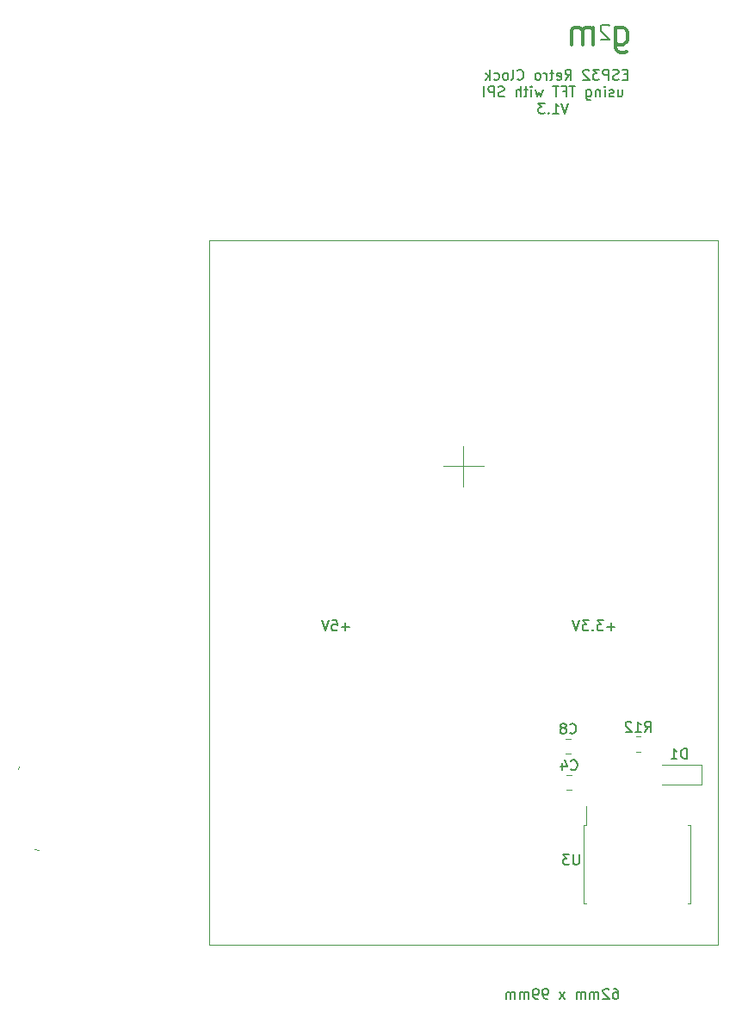
<source format=gbr>
%TF.GenerationSoftware,KiCad,Pcbnew,(5.1.8)-1*%
%TF.CreationDate,2022-11-15T12:17:50-08:00*%
%TF.ProjectId,RetroClock,52657472-6f43-46c6-9f63-6b2e6b696361,rev?*%
%TF.SameCoordinates,Original*%
%TF.FileFunction,Legend,Bot*%
%TF.FilePolarity,Positive*%
%FSLAX46Y46*%
G04 Gerber Fmt 4.6, Leading zero omitted, Abs format (unit mm)*
G04 Created by KiCad (PCBNEW (5.1.8)-1) date 2022-11-15 12:17:50*
%MOMM*%
%LPD*%
G01*
G04 APERTURE LIST*
%ADD10C,0.120000*%
%ADD11C,0.150000*%
%ADD12C,0.300000*%
G04 APERTURE END LIST*
D10*
X165000000Y-100600000D02*
X165000000Y-104600000D01*
X163000000Y-102600000D02*
X167000000Y-102600000D01*
X190000000Y-80400000D02*
X190000000Y-149600000D01*
X121300000Y-132100000D02*
X121200000Y-132400000D01*
X123200000Y-140300000D02*
X122800000Y-140200000D01*
X140000000Y-80400000D02*
X140000000Y-149600000D01*
X140000000Y-149600000D02*
X190000000Y-149600000D01*
X140000000Y-80400000D02*
X190000000Y-80400000D01*
D11*
X179771428Y-153952380D02*
X179961904Y-153952380D01*
X180057142Y-154000000D01*
X180104761Y-154047619D01*
X180200000Y-154190476D01*
X180247619Y-154380952D01*
X180247619Y-154761904D01*
X180200000Y-154857142D01*
X180152380Y-154904761D01*
X180057142Y-154952380D01*
X179866666Y-154952380D01*
X179771428Y-154904761D01*
X179723809Y-154857142D01*
X179676190Y-154761904D01*
X179676190Y-154523809D01*
X179723809Y-154428571D01*
X179771428Y-154380952D01*
X179866666Y-154333333D01*
X180057142Y-154333333D01*
X180152380Y-154380952D01*
X180200000Y-154428571D01*
X180247619Y-154523809D01*
X179295238Y-154047619D02*
X179247619Y-154000000D01*
X179152380Y-153952380D01*
X178914285Y-153952380D01*
X178819047Y-154000000D01*
X178771428Y-154047619D01*
X178723809Y-154142857D01*
X178723809Y-154238095D01*
X178771428Y-154380952D01*
X179342857Y-154952380D01*
X178723809Y-154952380D01*
X178295238Y-154952380D02*
X178295238Y-154285714D01*
X178295238Y-154380952D02*
X178247619Y-154333333D01*
X178152380Y-154285714D01*
X178009523Y-154285714D01*
X177914285Y-154333333D01*
X177866666Y-154428571D01*
X177866666Y-154952380D01*
X177866666Y-154428571D02*
X177819047Y-154333333D01*
X177723809Y-154285714D01*
X177580952Y-154285714D01*
X177485714Y-154333333D01*
X177438095Y-154428571D01*
X177438095Y-154952380D01*
X176961904Y-154952380D02*
X176961904Y-154285714D01*
X176961904Y-154380952D02*
X176914285Y-154333333D01*
X176819047Y-154285714D01*
X176676190Y-154285714D01*
X176580952Y-154333333D01*
X176533333Y-154428571D01*
X176533333Y-154952380D01*
X176533333Y-154428571D02*
X176485714Y-154333333D01*
X176390476Y-154285714D01*
X176247619Y-154285714D01*
X176152380Y-154333333D01*
X176104761Y-154428571D01*
X176104761Y-154952380D01*
X174961904Y-154952380D02*
X174438095Y-154285714D01*
X174961904Y-154285714D02*
X174438095Y-154952380D01*
X173247619Y-154952380D02*
X173057142Y-154952380D01*
X172961904Y-154904761D01*
X172914285Y-154857142D01*
X172819047Y-154714285D01*
X172771428Y-154523809D01*
X172771428Y-154142857D01*
X172819047Y-154047619D01*
X172866666Y-154000000D01*
X172961904Y-153952380D01*
X173152380Y-153952380D01*
X173247619Y-154000000D01*
X173295238Y-154047619D01*
X173342857Y-154142857D01*
X173342857Y-154380952D01*
X173295238Y-154476190D01*
X173247619Y-154523809D01*
X173152380Y-154571428D01*
X172961904Y-154571428D01*
X172866666Y-154523809D01*
X172819047Y-154476190D01*
X172771428Y-154380952D01*
X172295238Y-154952380D02*
X172104761Y-154952380D01*
X172009523Y-154904761D01*
X171961904Y-154857142D01*
X171866666Y-154714285D01*
X171819047Y-154523809D01*
X171819047Y-154142857D01*
X171866666Y-154047619D01*
X171914285Y-154000000D01*
X172009523Y-153952380D01*
X172200000Y-153952380D01*
X172295238Y-154000000D01*
X172342857Y-154047619D01*
X172390476Y-154142857D01*
X172390476Y-154380952D01*
X172342857Y-154476190D01*
X172295238Y-154523809D01*
X172200000Y-154571428D01*
X172009523Y-154571428D01*
X171914285Y-154523809D01*
X171866666Y-154476190D01*
X171819047Y-154380952D01*
X171390476Y-154952380D02*
X171390476Y-154285714D01*
X171390476Y-154380952D02*
X171342857Y-154333333D01*
X171247619Y-154285714D01*
X171104761Y-154285714D01*
X171009523Y-154333333D01*
X170961904Y-154428571D01*
X170961904Y-154952380D01*
X170961904Y-154428571D02*
X170914285Y-154333333D01*
X170819047Y-154285714D01*
X170676190Y-154285714D01*
X170580952Y-154333333D01*
X170533333Y-154428571D01*
X170533333Y-154952380D01*
X170057142Y-154952380D02*
X170057142Y-154285714D01*
X170057142Y-154380952D02*
X170009523Y-154333333D01*
X169914285Y-154285714D01*
X169771428Y-154285714D01*
X169676190Y-154333333D01*
X169628571Y-154428571D01*
X169628571Y-154952380D01*
X169628571Y-154428571D02*
X169580952Y-154333333D01*
X169485714Y-154285714D01*
X169342857Y-154285714D01*
X169247619Y-154333333D01*
X169200000Y-154428571D01*
X169200000Y-154952380D01*
X181109523Y-64078571D02*
X180776190Y-64078571D01*
X180633333Y-64602380D02*
X181109523Y-64602380D01*
X181109523Y-63602380D01*
X180633333Y-63602380D01*
X180252380Y-64554761D02*
X180109523Y-64602380D01*
X179871428Y-64602380D01*
X179776190Y-64554761D01*
X179728571Y-64507142D01*
X179680952Y-64411904D01*
X179680952Y-64316666D01*
X179728571Y-64221428D01*
X179776190Y-64173809D01*
X179871428Y-64126190D01*
X180061904Y-64078571D01*
X180157142Y-64030952D01*
X180204761Y-63983333D01*
X180252380Y-63888095D01*
X180252380Y-63792857D01*
X180204761Y-63697619D01*
X180157142Y-63650000D01*
X180061904Y-63602380D01*
X179823809Y-63602380D01*
X179680952Y-63650000D01*
X179252380Y-64602380D02*
X179252380Y-63602380D01*
X178871428Y-63602380D01*
X178776190Y-63650000D01*
X178728571Y-63697619D01*
X178680952Y-63792857D01*
X178680952Y-63935714D01*
X178728571Y-64030952D01*
X178776190Y-64078571D01*
X178871428Y-64126190D01*
X179252380Y-64126190D01*
X178347619Y-63602380D02*
X177728571Y-63602380D01*
X178061904Y-63983333D01*
X177919047Y-63983333D01*
X177823809Y-64030952D01*
X177776190Y-64078571D01*
X177728571Y-64173809D01*
X177728571Y-64411904D01*
X177776190Y-64507142D01*
X177823809Y-64554761D01*
X177919047Y-64602380D01*
X178204761Y-64602380D01*
X178300000Y-64554761D01*
X178347619Y-64507142D01*
X177347619Y-63697619D02*
X177300000Y-63650000D01*
X177204761Y-63602380D01*
X176966666Y-63602380D01*
X176871428Y-63650000D01*
X176823809Y-63697619D01*
X176776190Y-63792857D01*
X176776190Y-63888095D01*
X176823809Y-64030952D01*
X177395238Y-64602380D01*
X176776190Y-64602380D01*
X175014285Y-64602380D02*
X175347619Y-64126190D01*
X175585714Y-64602380D02*
X175585714Y-63602380D01*
X175204761Y-63602380D01*
X175109523Y-63650000D01*
X175061904Y-63697619D01*
X175014285Y-63792857D01*
X175014285Y-63935714D01*
X175061904Y-64030952D01*
X175109523Y-64078571D01*
X175204761Y-64126190D01*
X175585714Y-64126190D01*
X174204761Y-64554761D02*
X174300000Y-64602380D01*
X174490476Y-64602380D01*
X174585714Y-64554761D01*
X174633333Y-64459523D01*
X174633333Y-64078571D01*
X174585714Y-63983333D01*
X174490476Y-63935714D01*
X174300000Y-63935714D01*
X174204761Y-63983333D01*
X174157142Y-64078571D01*
X174157142Y-64173809D01*
X174633333Y-64269047D01*
X173871428Y-63935714D02*
X173490476Y-63935714D01*
X173728571Y-63602380D02*
X173728571Y-64459523D01*
X173680952Y-64554761D01*
X173585714Y-64602380D01*
X173490476Y-64602380D01*
X173157142Y-64602380D02*
X173157142Y-63935714D01*
X173157142Y-64126190D02*
X173109523Y-64030952D01*
X173061904Y-63983333D01*
X172966666Y-63935714D01*
X172871428Y-63935714D01*
X172395238Y-64602380D02*
X172490476Y-64554761D01*
X172538095Y-64507142D01*
X172585714Y-64411904D01*
X172585714Y-64126190D01*
X172538095Y-64030952D01*
X172490476Y-63983333D01*
X172395238Y-63935714D01*
X172252380Y-63935714D01*
X172157142Y-63983333D01*
X172109523Y-64030952D01*
X172061904Y-64126190D01*
X172061904Y-64411904D01*
X172109523Y-64507142D01*
X172157142Y-64554761D01*
X172252380Y-64602380D01*
X172395238Y-64602380D01*
X170300000Y-64507142D02*
X170347619Y-64554761D01*
X170490476Y-64602380D01*
X170585714Y-64602380D01*
X170728571Y-64554761D01*
X170823809Y-64459523D01*
X170871428Y-64364285D01*
X170919047Y-64173809D01*
X170919047Y-64030952D01*
X170871428Y-63840476D01*
X170823809Y-63745238D01*
X170728571Y-63650000D01*
X170585714Y-63602380D01*
X170490476Y-63602380D01*
X170347619Y-63650000D01*
X170300000Y-63697619D01*
X169728571Y-64602380D02*
X169823809Y-64554761D01*
X169871428Y-64459523D01*
X169871428Y-63602380D01*
X169204761Y-64602380D02*
X169300000Y-64554761D01*
X169347619Y-64507142D01*
X169395238Y-64411904D01*
X169395238Y-64126190D01*
X169347619Y-64030952D01*
X169300000Y-63983333D01*
X169204761Y-63935714D01*
X169061904Y-63935714D01*
X168966666Y-63983333D01*
X168919047Y-64030952D01*
X168871428Y-64126190D01*
X168871428Y-64411904D01*
X168919047Y-64507142D01*
X168966666Y-64554761D01*
X169061904Y-64602380D01*
X169204761Y-64602380D01*
X168014285Y-64554761D02*
X168109523Y-64602380D01*
X168300000Y-64602380D01*
X168395238Y-64554761D01*
X168442857Y-64507142D01*
X168490476Y-64411904D01*
X168490476Y-64126190D01*
X168442857Y-64030952D01*
X168395238Y-63983333D01*
X168300000Y-63935714D01*
X168109523Y-63935714D01*
X168014285Y-63983333D01*
X167585714Y-64602380D02*
X167585714Y-63602380D01*
X167490476Y-64221428D02*
X167204761Y-64602380D01*
X167204761Y-63935714D02*
X167585714Y-64316666D01*
X180180952Y-65585714D02*
X180180952Y-66252380D01*
X180609523Y-65585714D02*
X180609523Y-66109523D01*
X180561904Y-66204761D01*
X180466666Y-66252380D01*
X180323809Y-66252380D01*
X180228571Y-66204761D01*
X180180952Y-66157142D01*
X179752380Y-66204761D02*
X179657142Y-66252380D01*
X179466666Y-66252380D01*
X179371428Y-66204761D01*
X179323809Y-66109523D01*
X179323809Y-66061904D01*
X179371428Y-65966666D01*
X179466666Y-65919047D01*
X179609523Y-65919047D01*
X179704761Y-65871428D01*
X179752380Y-65776190D01*
X179752380Y-65728571D01*
X179704761Y-65633333D01*
X179609523Y-65585714D01*
X179466666Y-65585714D01*
X179371428Y-65633333D01*
X178895238Y-66252380D02*
X178895238Y-65585714D01*
X178895238Y-65252380D02*
X178942857Y-65300000D01*
X178895238Y-65347619D01*
X178847619Y-65300000D01*
X178895238Y-65252380D01*
X178895238Y-65347619D01*
X178419047Y-65585714D02*
X178419047Y-66252380D01*
X178419047Y-65680952D02*
X178371428Y-65633333D01*
X178276190Y-65585714D01*
X178133333Y-65585714D01*
X178038095Y-65633333D01*
X177990476Y-65728571D01*
X177990476Y-66252380D01*
X177085714Y-65585714D02*
X177085714Y-66395238D01*
X177133333Y-66490476D01*
X177180952Y-66538095D01*
X177276190Y-66585714D01*
X177419047Y-66585714D01*
X177514285Y-66538095D01*
X177085714Y-66204761D02*
X177180952Y-66252380D01*
X177371428Y-66252380D01*
X177466666Y-66204761D01*
X177514285Y-66157142D01*
X177561904Y-66061904D01*
X177561904Y-65776190D01*
X177514285Y-65680952D01*
X177466666Y-65633333D01*
X177371428Y-65585714D01*
X177180952Y-65585714D01*
X177085714Y-65633333D01*
X175990476Y-65252380D02*
X175419047Y-65252380D01*
X175704761Y-66252380D02*
X175704761Y-65252380D01*
X174752380Y-65728571D02*
X175085714Y-65728571D01*
X175085714Y-66252380D02*
X175085714Y-65252380D01*
X174609523Y-65252380D01*
X174371428Y-65252380D02*
X173800000Y-65252380D01*
X174085714Y-66252380D02*
X174085714Y-65252380D01*
X172800000Y-65585714D02*
X172609523Y-66252380D01*
X172419047Y-65776190D01*
X172228571Y-66252380D01*
X172038095Y-65585714D01*
X171657142Y-66252380D02*
X171657142Y-65585714D01*
X171657142Y-65252380D02*
X171704761Y-65300000D01*
X171657142Y-65347619D01*
X171609523Y-65300000D01*
X171657142Y-65252380D01*
X171657142Y-65347619D01*
X171323809Y-65585714D02*
X170942857Y-65585714D01*
X171180952Y-65252380D02*
X171180952Y-66109523D01*
X171133333Y-66204761D01*
X171038095Y-66252380D01*
X170942857Y-66252380D01*
X170609523Y-66252380D02*
X170609523Y-65252380D01*
X170180952Y-66252380D02*
X170180952Y-65728571D01*
X170228571Y-65633333D01*
X170323809Y-65585714D01*
X170466666Y-65585714D01*
X170561904Y-65633333D01*
X170609523Y-65680952D01*
X168990476Y-66204761D02*
X168847619Y-66252380D01*
X168609523Y-66252380D01*
X168514285Y-66204761D01*
X168466666Y-66157142D01*
X168419047Y-66061904D01*
X168419047Y-65966666D01*
X168466666Y-65871428D01*
X168514285Y-65823809D01*
X168609523Y-65776190D01*
X168800000Y-65728571D01*
X168895238Y-65680952D01*
X168942857Y-65633333D01*
X168990476Y-65538095D01*
X168990476Y-65442857D01*
X168942857Y-65347619D01*
X168895238Y-65300000D01*
X168800000Y-65252380D01*
X168561904Y-65252380D01*
X168419047Y-65300000D01*
X167990476Y-66252380D02*
X167990476Y-65252380D01*
X167609523Y-65252380D01*
X167514285Y-65300000D01*
X167466666Y-65347619D01*
X167419047Y-65442857D01*
X167419047Y-65585714D01*
X167466666Y-65680952D01*
X167514285Y-65728571D01*
X167609523Y-65776190D01*
X167990476Y-65776190D01*
X166990476Y-66252380D02*
X166990476Y-65252380D01*
X175323809Y-66902380D02*
X174990476Y-67902380D01*
X174657142Y-66902380D01*
X173800000Y-67902380D02*
X174371428Y-67902380D01*
X174085714Y-67902380D02*
X174085714Y-66902380D01*
X174180952Y-67045238D01*
X174276190Y-67140476D01*
X174371428Y-67188095D01*
X173371428Y-67807142D02*
X173323809Y-67854761D01*
X173371428Y-67902380D01*
X173419047Y-67854761D01*
X173371428Y-67807142D01*
X173371428Y-67902380D01*
X172990476Y-66902380D02*
X172371428Y-66902380D01*
X172704761Y-67283333D01*
X172561904Y-67283333D01*
X172466666Y-67330952D01*
X172419047Y-67378571D01*
X172371428Y-67473809D01*
X172371428Y-67711904D01*
X172419047Y-67807142D01*
X172466666Y-67854761D01*
X172561904Y-67902380D01*
X172847619Y-67902380D01*
X172942857Y-67854761D01*
X172990476Y-67807142D01*
X179900000Y-118371428D02*
X179138095Y-118371428D01*
X179519047Y-118752380D02*
X179519047Y-117990476D01*
X178757142Y-117752380D02*
X178138095Y-117752380D01*
X178471428Y-118133333D01*
X178328571Y-118133333D01*
X178233333Y-118180952D01*
X178185714Y-118228571D01*
X178138095Y-118323809D01*
X178138095Y-118561904D01*
X178185714Y-118657142D01*
X178233333Y-118704761D01*
X178328571Y-118752380D01*
X178614285Y-118752380D01*
X178709523Y-118704761D01*
X178757142Y-118657142D01*
X177709523Y-118657142D02*
X177661904Y-118704761D01*
X177709523Y-118752380D01*
X177757142Y-118704761D01*
X177709523Y-118657142D01*
X177709523Y-118752380D01*
X177328571Y-117752380D02*
X176709523Y-117752380D01*
X177042857Y-118133333D01*
X176900000Y-118133333D01*
X176804761Y-118180952D01*
X176757142Y-118228571D01*
X176709523Y-118323809D01*
X176709523Y-118561904D01*
X176757142Y-118657142D01*
X176804761Y-118704761D01*
X176900000Y-118752380D01*
X177185714Y-118752380D01*
X177280952Y-118704761D01*
X177328571Y-118657142D01*
X176423809Y-117752380D02*
X176090476Y-118752380D01*
X175757142Y-117752380D01*
X153785714Y-118371428D02*
X153023809Y-118371428D01*
X153404761Y-118752380D02*
X153404761Y-117990476D01*
X152071428Y-117752380D02*
X152547619Y-117752380D01*
X152595238Y-118228571D01*
X152547619Y-118180952D01*
X152452380Y-118133333D01*
X152214285Y-118133333D01*
X152119047Y-118180952D01*
X152071428Y-118228571D01*
X152023809Y-118323809D01*
X152023809Y-118561904D01*
X152071428Y-118657142D01*
X152119047Y-118704761D01*
X152214285Y-118752380D01*
X152452380Y-118752380D01*
X152547619Y-118704761D01*
X152595238Y-118657142D01*
X151738095Y-117752380D02*
X151404761Y-118752380D01*
X151071428Y-117752380D01*
X179328571Y-59321428D02*
X179257142Y-59250000D01*
X179114285Y-59178571D01*
X178757142Y-59178571D01*
X178614285Y-59250000D01*
X178542857Y-59321428D01*
X178471428Y-59464285D01*
X178471428Y-59607142D01*
X178542857Y-59821428D01*
X179400000Y-60678571D01*
X178471428Y-60678571D01*
D12*
X177771428Y-61130952D02*
X177771428Y-59464285D01*
X177771428Y-59702380D02*
X177652380Y-59583333D01*
X177414285Y-59464285D01*
X177057142Y-59464285D01*
X176819047Y-59583333D01*
X176700000Y-59821428D01*
X176700000Y-61130952D01*
X176700000Y-59821428D02*
X176580952Y-59583333D01*
X176342857Y-59464285D01*
X175985714Y-59464285D01*
X175747619Y-59583333D01*
X175628571Y-59821428D01*
X175628571Y-61130952D01*
X179964285Y-59464285D02*
X179964285Y-61488095D01*
X180083333Y-61726190D01*
X180202380Y-61845238D01*
X180440476Y-61964285D01*
X180797619Y-61964285D01*
X181035714Y-61845238D01*
X179964285Y-61011904D02*
X180202380Y-61130952D01*
X180678571Y-61130952D01*
X180916666Y-61011904D01*
X181035714Y-60892857D01*
X181154761Y-60654761D01*
X181154761Y-59940476D01*
X181035714Y-59702380D01*
X180916666Y-59583333D01*
X180678571Y-59464285D01*
X180202380Y-59464285D01*
X179964285Y-59583333D01*
D10*
%TO.C,D1*%
X188450000Y-131900000D02*
X184550000Y-131900000D01*
X188450000Y-133900000D02*
X184550000Y-133900000D01*
X188450000Y-131900000D02*
X188450000Y-133900000D01*
%TO.C,C4*%
X175661252Y-134435000D02*
X175138748Y-134435000D01*
X175661252Y-132965000D02*
X175138748Y-132965000D01*
%TO.C,C8*%
X175561252Y-130835000D02*
X175038748Y-130835000D01*
X175561252Y-129365000D02*
X175038748Y-129365000D01*
%TO.C,R12*%
X182427064Y-130635000D02*
X181972936Y-130635000D01*
X182427064Y-129165000D02*
X181972936Y-129165000D01*
%TO.C,U3*%
X177095000Y-137840000D02*
X177095000Y-136025000D01*
X176840000Y-137840000D02*
X177095000Y-137840000D01*
X176840000Y-141700000D02*
X176840000Y-137840000D01*
X176840000Y-145560000D02*
X177095000Y-145560000D01*
X176840000Y-141700000D02*
X176840000Y-145560000D01*
X187360000Y-137840000D02*
X187105000Y-137840000D01*
X187360000Y-141700000D02*
X187360000Y-137840000D01*
X187360000Y-145560000D02*
X187105000Y-145560000D01*
X187360000Y-141700000D02*
X187360000Y-145560000D01*
%TO.C,D1*%
D11*
X186938095Y-131352380D02*
X186938095Y-130352380D01*
X186700000Y-130352380D01*
X186557142Y-130400000D01*
X186461904Y-130495238D01*
X186414285Y-130590476D01*
X186366666Y-130780952D01*
X186366666Y-130923809D01*
X186414285Y-131114285D01*
X186461904Y-131209523D01*
X186557142Y-131304761D01*
X186700000Y-131352380D01*
X186938095Y-131352380D01*
X185414285Y-131352380D02*
X185985714Y-131352380D01*
X185700000Y-131352380D02*
X185700000Y-130352380D01*
X185795238Y-130495238D01*
X185890476Y-130590476D01*
X185985714Y-130638095D01*
%TO.C,C4*%
X175566666Y-132377142D02*
X175614285Y-132424761D01*
X175757142Y-132472380D01*
X175852380Y-132472380D01*
X175995238Y-132424761D01*
X176090476Y-132329523D01*
X176138095Y-132234285D01*
X176185714Y-132043809D01*
X176185714Y-131900952D01*
X176138095Y-131710476D01*
X176090476Y-131615238D01*
X175995238Y-131520000D01*
X175852380Y-131472380D01*
X175757142Y-131472380D01*
X175614285Y-131520000D01*
X175566666Y-131567619D01*
X174709523Y-131805714D02*
X174709523Y-132472380D01*
X174947619Y-131424761D02*
X175185714Y-132139047D01*
X174566666Y-132139047D01*
%TO.C,C8*%
X175466666Y-128777142D02*
X175514285Y-128824761D01*
X175657142Y-128872380D01*
X175752380Y-128872380D01*
X175895238Y-128824761D01*
X175990476Y-128729523D01*
X176038095Y-128634285D01*
X176085714Y-128443809D01*
X176085714Y-128300952D01*
X176038095Y-128110476D01*
X175990476Y-128015238D01*
X175895238Y-127920000D01*
X175752380Y-127872380D01*
X175657142Y-127872380D01*
X175514285Y-127920000D01*
X175466666Y-127967619D01*
X174895238Y-128300952D02*
X174990476Y-128253333D01*
X175038095Y-128205714D01*
X175085714Y-128110476D01*
X175085714Y-128062857D01*
X175038095Y-127967619D01*
X174990476Y-127920000D01*
X174895238Y-127872380D01*
X174704761Y-127872380D01*
X174609523Y-127920000D01*
X174561904Y-127967619D01*
X174514285Y-128062857D01*
X174514285Y-128110476D01*
X174561904Y-128205714D01*
X174609523Y-128253333D01*
X174704761Y-128300952D01*
X174895238Y-128300952D01*
X174990476Y-128348571D01*
X175038095Y-128396190D01*
X175085714Y-128491428D01*
X175085714Y-128681904D01*
X175038095Y-128777142D01*
X174990476Y-128824761D01*
X174895238Y-128872380D01*
X174704761Y-128872380D01*
X174609523Y-128824761D01*
X174561904Y-128777142D01*
X174514285Y-128681904D01*
X174514285Y-128491428D01*
X174561904Y-128396190D01*
X174609523Y-128348571D01*
X174704761Y-128300952D01*
%TO.C,R12*%
X182842857Y-128702380D02*
X183176190Y-128226190D01*
X183414285Y-128702380D02*
X183414285Y-127702380D01*
X183033333Y-127702380D01*
X182938095Y-127750000D01*
X182890476Y-127797619D01*
X182842857Y-127892857D01*
X182842857Y-128035714D01*
X182890476Y-128130952D01*
X182938095Y-128178571D01*
X183033333Y-128226190D01*
X183414285Y-128226190D01*
X181890476Y-128702380D02*
X182461904Y-128702380D01*
X182176190Y-128702380D02*
X182176190Y-127702380D01*
X182271428Y-127845238D01*
X182366666Y-127940476D01*
X182461904Y-127988095D01*
X181509523Y-127797619D02*
X181461904Y-127750000D01*
X181366666Y-127702380D01*
X181128571Y-127702380D01*
X181033333Y-127750000D01*
X180985714Y-127797619D01*
X180938095Y-127892857D01*
X180938095Y-127988095D01*
X180985714Y-128130952D01*
X181557142Y-128702380D01*
X180938095Y-128702380D01*
%TO.C,U3*%
X176361904Y-140752380D02*
X176361904Y-141561904D01*
X176314285Y-141657142D01*
X176266666Y-141704761D01*
X176171428Y-141752380D01*
X175980952Y-141752380D01*
X175885714Y-141704761D01*
X175838095Y-141657142D01*
X175790476Y-141561904D01*
X175790476Y-140752380D01*
X175409523Y-140752380D02*
X174790476Y-140752380D01*
X175123809Y-141133333D01*
X174980952Y-141133333D01*
X174885714Y-141180952D01*
X174838095Y-141228571D01*
X174790476Y-141323809D01*
X174790476Y-141561904D01*
X174838095Y-141657142D01*
X174885714Y-141704761D01*
X174980952Y-141752380D01*
X175266666Y-141752380D01*
X175361904Y-141704761D01*
X175409523Y-141657142D01*
%TD*%
M02*

</source>
